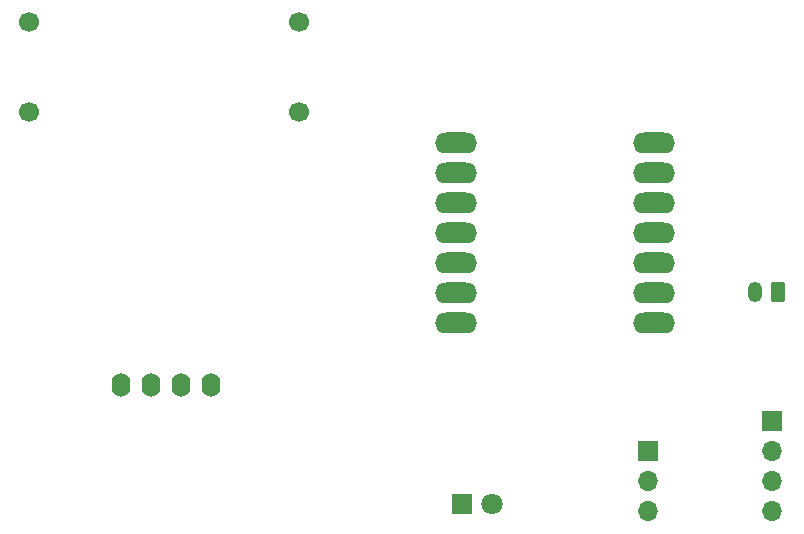
<source format=gbr>
%TF.GenerationSoftware,KiCad,Pcbnew,8.0.7*%
%TF.CreationDate,2025-02-27T15:03:55-08:00*%
%TF.ProjectId,514finalpcbdesign,35313466-696e-4616-9c70-636264657369,rev?*%
%TF.SameCoordinates,Original*%
%TF.FileFunction,Soldermask,Bot*%
%TF.FilePolarity,Negative*%
%FSLAX46Y46*%
G04 Gerber Fmt 4.6, Leading zero omitted, Abs format (unit mm)*
G04 Created by KiCad (PCBNEW 8.0.7) date 2025-02-27 15:03:55*
%MOMM*%
%LPD*%
G01*
G04 APERTURE LIST*
G04 Aperture macros list*
%AMRoundRect*
0 Rectangle with rounded corners*
0 $1 Rounding radius*
0 $2 $3 $4 $5 $6 $7 $8 $9 X,Y pos of 4 corners*
0 Add a 4 corners polygon primitive as box body*
4,1,4,$2,$3,$4,$5,$6,$7,$8,$9,$2,$3,0*
0 Add four circle primitives for the rounded corners*
1,1,$1+$1,$2,$3*
1,1,$1+$1,$4,$5*
1,1,$1+$1,$6,$7*
1,1,$1+$1,$8,$9*
0 Add four rect primitives between the rounded corners*
20,1,$1+$1,$2,$3,$4,$5,0*
20,1,$1+$1,$4,$5,$6,$7,0*
20,1,$1+$1,$6,$7,$8,$9,0*
20,1,$1+$1,$8,$9,$2,$3,0*%
G04 Aperture macros list end*
%ADD10R,1.700000X1.700000*%
%ADD11O,1.700000X1.700000*%
%ADD12O,1.600000X2.000000*%
%ADD13O,3.556000X1.778000*%
%ADD14C,1.700000*%
%ADD15R,1.800000X1.800000*%
%ADD16C,1.800000*%
%ADD17RoundRect,0.250000X0.350000X0.625000X-0.350000X0.625000X-0.350000X-0.625000X0.350000X-0.625000X0*%
%ADD18O,1.200000X1.750000*%
G04 APERTURE END LIST*
D10*
%TO.C,J2*%
X176402527Y-97862527D03*
D11*
X176402527Y-100402527D03*
X176402527Y-102942527D03*
X176402527Y-105482527D03*
%TD*%
D12*
%TO.C,Brd1*%
X121282527Y-94802527D03*
X123822527Y-94802527D03*
X126362527Y-94802527D03*
X128902527Y-94802527D03*
%TD*%
D13*
%TO.C,U4*%
X149640527Y-74282527D03*
X149640527Y-76822527D03*
X149640527Y-79362527D03*
X149640527Y-81902527D03*
X149640527Y-84442527D03*
X149640527Y-86982527D03*
X149640527Y-89522527D03*
X166404527Y-74282527D03*
X166404527Y-76822527D03*
X166404527Y-79362527D03*
X166404527Y-81902527D03*
X166404527Y-84442527D03*
X166404527Y-86982527D03*
X166404527Y-89522527D03*
%TD*%
D14*
%TO.C,M3*%
X136332527Y-64092527D03*
X136332527Y-71712527D03*
X113472527Y-64092527D03*
X113472527Y-71712527D03*
%TD*%
D10*
%TO.C,SW1*%
X165902527Y-100402527D03*
D11*
X165902527Y-102942527D03*
X165902527Y-105482527D03*
%TD*%
D15*
%TO.C,D1*%
X150132527Y-104902527D03*
D16*
X152672527Y-104902527D03*
%TD*%
D17*
%TO.C,J1*%
X176902527Y-86952527D03*
D18*
X174902527Y-86952527D03*
%TD*%
M02*

</source>
